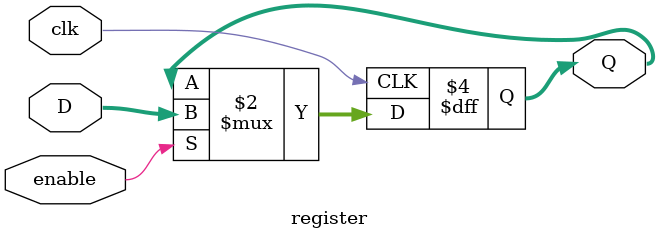
<source format=v>
`timescale 1ns / 1ps

module register 
#(parameter size = 2) 
(
    input [size-1:0] D,
    input clk, enable,
    output reg [size-1:0] Q
    );
    
    always @(posedge clk) begin 
    if (enable)
        Q <= D;
    end
endmodule

</source>
